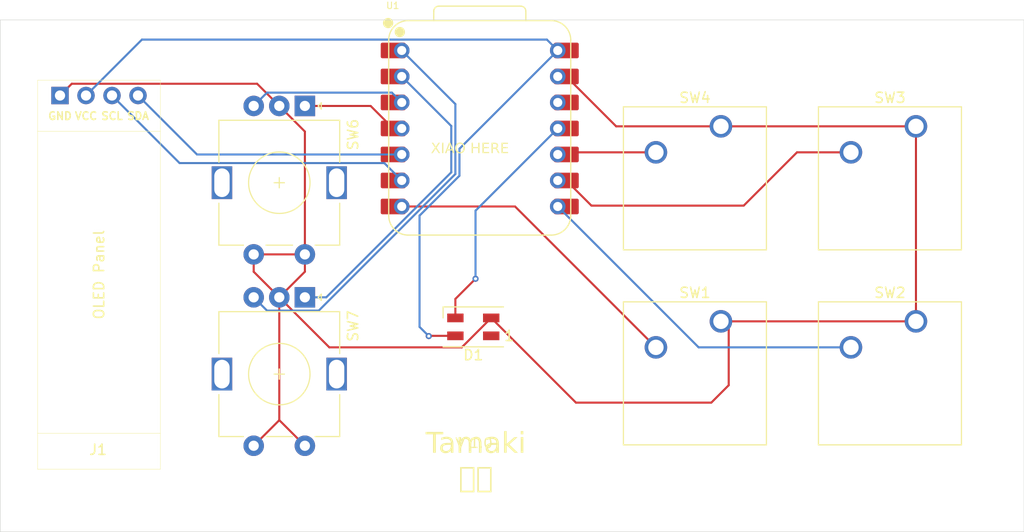
<source format=kicad_pcb>
(kicad_pcb (version 20240108) (generator "pcbnew") (generator_version "8.0")
  (layers (0 "F.Cu" signal) (31 "B.Cu" signal) (34 "B.Paste" user) (35 "F.Paste" user) (36 "B.SilkS" user "B.Silkscreen") (37 "F.SilkS" user "F.Silkscreen") (38 "B.Mask" user) (39 "F.Mask" user) (44 "Edge.Cuts" user))
  (net 0 "")
  (net 1 "+5V")
  (net 2 "GND")
  (net 3 "Net-(D1-DIN)")
  (net 4 "Net-(U1-GPIO1{slash}RX)")
  (net 5 "Net-(U1-GPIO2{slash}SCK)")
  (net 6 "Net-(U1-GPIO4{slash}MISO)")
  (net 8 "SDA")
  (net 9 "SCL")
  (net 10 "Net-(U1-GPIO0{slash}TX)")
  (net 11 "Switch B2")
  (net 12 "Switch B1")
  (net 13 "Switch A2")
  (net 14 "Switch A1")
  (footprint "Button_Switch_Keyboard:SW_Cherry_MX_1.00u_PCB" (layer "F.Cu") (at 173.99 99.410625)
    (property "Reference" "SW3" (at -2.54 -2.794 0) (layer "F.SilkS"))
    (property "Value" "SW_Push")
    (fp_line (start -9.525 -1.905) (end 4.445 -1.905) (stroke (width 0.12)) (layer "F.SilkS"))
    (fp_line (start -9.525 12.065) (end -9.525 -1.905) (stroke (width 0.12)) (layer "F.SilkS"))
    (fp_line (start 4.445 -1.905) (end 4.445 12.065) (stroke (width 0.12)) (layer "F.SilkS"))
    (fp_line (start 4.445 12.065) (end -9.525 12.065) (stroke (width 0.12)) (layer "F.SilkS"))
    (pad "" np_thru_hole circle (at -7.62 5.08) (size 1.7 1.7) (drill 1.7) (layers "*.Cu" "*.Mask"))
    (pad "" np_thru_hole circle (at -2.54 5.08) (size 4 4) (drill 4) (layers "*.Cu" "*.Mask"))
    (pad "" np_thru_hole circle (at 2.54 5.08) (size 1.7 1.7) (drill 1.7) (layers "*.Cu" "*.Mask"))
    (pad "1" thru_hole circle (at 0 0) (size 2.2 2.2) (drill 1.5) (layers "*.Cu" "*.Mask") (net 2 "GND"))
    (pad "2" thru_hole circle (at -6.35 2.54) (size 2.2 2.2) (drill 1.5) (layers "*.Cu" "*.Mask") (net 5 "Net-(U1-GPIO2{slash}SCK)"))
  )
  (footprint "Button_Switch_Keyboard:SW_Cherry_MX_1.00u_PCB" (layer "F.Cu") (at 154.94 99.410625)
    (property "Reference" "SW4" (at -2.54 -2.794 0) (layer "F.SilkS"))
    (property "Value" "SW_Push")
    (fp_line (start -9.525 -1.905) (end 4.445 -1.905) (stroke (width 0.12)) (layer "F.SilkS"))
    (fp_line (start -9.525 12.065) (end -9.525 -1.905) (stroke (width 0.12)) (layer "F.SilkS"))
    (fp_line (start 4.445 -1.905) (end 4.445 12.065) (stroke (width 0.12)) (layer "F.SilkS"))
    (fp_line (start 4.445 12.065) (end -9.525 12.065) (stroke (width 0.12)) (layer "F.SilkS"))
    (pad "" np_thru_hole circle (at -7.62 5.08) (size 1.7 1.7) (drill 1.7) (layers "*.Cu" "*.Mask"))
    (pad "" np_thru_hole circle (at -2.54 5.08) (size 4 4) (drill 4) (layers "*.Cu" "*.Mask"))
    (pad "" np_thru_hole circle (at 2.54 5.08) (size 1.7 1.7) (drill 1.7) (layers "*.Cu" "*.Mask"))
    (pad "1" thru_hole circle (at 0 0) (size 2.2 2.2) (drill 1.5) (layers "*.Cu" "*.Mask") (net 2 "GND"))
    (pad "2" thru_hole circle (at -6.35 2.54) (size 2.2 2.2) (drill 1.5) (layers "*.Cu" "*.Mask") (net 6 "Net-(U1-GPIO4{slash}MISO)"))
  )
  (footprint "LED_SMD:LED_SK6812MINI_PLCC4_3.5x3.5mm_P1.75mm" (layer "F.Cu") (at 130.75 119 180)
    (property "Reference" "D1" (at 0 -2.75 0) (layer "F.SilkS"))
    (property "Value" "SK6812MINI")
    (fp_line (start 2.95 1.95) (end 2.95 0.875) (stroke (width 0.12)) (layer "F.SilkS"))
    (fp_line (start -2.95 1.95) (end 2.95 1.95) (stroke (width 0.12)) (layer "F.SilkS"))
    (fp_line (start -2.95 -1.95) (end 2.95 -1.95) (stroke (width 0.12)) (layer "F.SilkS"))
    (fp_text user "1" (at -3.5 -0.875 0) (layer "F.SilkS"))
    (pad "1" smd rect (at -1.75 -0.875 180) (size 1.6 0.85) (layers "F.Cu" "F.Paste" "F.Mask"))
    (pad "2" smd rect (at -1.75 0.875 180) (size 1.6 0.85) (layers "F.Cu" "F.Paste" "F.Mask") (net 2 "GND"))
    (pad "3" smd rect (at 1.75 0.875 180) (size 1.6 0.85) (layers "F.Cu" "F.Paste" "F.Mask") (net 3 "Net-(D1-DIN)"))
    (pad "4" smd rect (at 1.75 -0.875 180) (size 1.6 0.85) (layers "F.Cu" "F.Paste" "F.Mask") (net 1 "+5V"))
  )
  (footprint "Rotary_Encoder:RotaryEncoder_Alps_EC11E-Switch_Vertical_H20mm" (layer "F.Cu") (at 114.3 97.41875 -90)
    (property "Reference" "SW6" (at 2.8 -4.7 90) (layer "F.SilkS"))
    (property "Value" "RotaryEncoder_Switch")
    (fp_line (start 5.5 8.4) (end 1.4 8.4) (stroke (width 0.12)) (layer "F.SilkS"))
    (fp_line (start 13.6 8.4) (end 9.5 8.4) (stroke (width 0.12)) (layer "F.SilkS"))
    (fp_line (start 13.6 6) (end 13.6 8.4) (stroke (width 0.12)) (layer "F.SilkS"))
    (fp_line (start 7 2.5) (end 8 2.5) (stroke (width 0.12)) (layer "F.SilkS"))
    (fp_line (start 7.5 2) (end 7.5 3) (stroke (width 0.12)) (layer "F.SilkS"))
    (fp_line (start 13.6 1.2) (end 13.6 3.8) (stroke (width 0.12)) (layer "F.SilkS"))
    (fp_line (start 0 -1.3) (end -0.3 -1.6) (stroke (width 0.12)) (layer "F.SilkS"))
    (fp_line (start -0.3 -1.6) (end 0.3 -1.6) (stroke (width 0.12)) (layer "F.SilkS"))
    (fp_line (start 0.3 -1.6) (end 0 -1.3) (stroke (width 0.12)) (layer "F.SilkS"))
    (fp_line (start 1.4 -3.4) (end 1.4 8.4) (stroke (width 0.12)) (layer "F.SilkS"))
    (fp_line (start 5.5 -3.4) (end 1.4 -3.4) (stroke (width 0.12)) (layer "F.SilkS"))
    (fp_line (start 9.5 -3.4) (end 13.6 -3.4) (stroke (width 0.12)) (layer "F.SilkS"))
    (fp_line (start 13.6 -3.4) (end 13.6 -1) (stroke (width 0.12)) (layer "F.SilkS"))
    (fp_circle (center 7.5 2.5) (end 10.5 2.5) (stroke (width 0.12)) (fill none) (layer "F.SilkS"))
    (pad "A" thru_hole rect (at 0 0 270) (size 2 2) (drill 1) (layers "*.Cu" "*.Mask") (net 11 "Switch B2"))
    (pad "B" thru_hole circle (at 0 5 270) (size 2 2) (drill 1) (layers "*.Cu" "*.Mask") (net 12 "Switch B1"))
    (pad "C" thru_hole circle (at 0 2.5 270) (size 2 2) (drill 1) (layers "*.Cu" "*.Mask") (net 2 "GND"))
    (pad "MP" thru_hole rect (at 7.5 -3.1 270) (size 3.2 2) (drill oval 2.8 1.5) (layers "*.Cu" "*.Mask"))
    (pad "MP" thru_hole rect (at 7.5 8.1 270) (size 3.2 2) (drill oval 2.8 1.5) (layers "*.Cu" "*.Mask"))
    (pad "S1" thru_hole circle (at 14.5 5 270) (size 2 2) (drill 1) (layers "*.Cu" "*.Mask") (net 2 "GND"))
    (pad "S2" thru_hole circle (at 14.5 0 270) (size 2 2) (drill 1) (layers "*.Cu" "*.Mask") (net 2 "GND"))
  )
  (footprint "Seeed Studio XIAO Series Library:XIAO-RP2040-DIP" (layer "F.Cu") (at 131.38 99.62)
    (property "Reference" "U1" (at -8.5 -12 0) (layer "F.SilkS") (effects (font (size 0.635 0.635) (thickness 0.1016))))
    (property "Value" "XIAO-RP2040-DIP")
    (fp_line (start -8.89 8.509) (end -8.89 -8.636) (stroke (width 0.127)) (layer "F.SilkS"))
    (fp_line (start -6.985 10.414) (end 6.985 10.414) (stroke (width 0.127)) (layer "F.SilkS"))
    (fp_line (start -4.495 -10.541) (end -4.491272 -11.451272) (stroke (width 0.127)) (layer "F.SilkS"))
    (fp_line (start -3.991272 -11.951) (end 4.004 -11.951) (stroke (width 0.127)) (layer "F.SilkS"))
    (fp_line (start 4.504 -11.451) (end 4.504 -10.541) (stroke (width 0.127)) (layer "F.SilkS"))
    (fp_line (start 6.985 -10.541) (end -6.985 -10.541) (stroke (width 0.1)) (layer "F.SilkS"))
    (fp_line (start 6.985 -10.541) (end -6.985 -10.541) (stroke (width 0.127)) (layer "F.SilkS"))
    (fp_line (start 8.89 8.509) (end 8.89 -8.636) (stroke (width 0.127)) (layer "F.SilkS"))
    (fp_arc (start -8.89 -8.636) (mid -8.332038 -9.983038) (end -6.985 -10.541) (stroke (width 0.127)) (layer "F.SilkS"))
    (fp_arc (start -6.985 10.414) (mid -8.332038 9.856038) (end -8.89 8.509) (stroke (width 0.127)) (layer "F.SilkS"))
    (fp_arc (start -4.491272 -11.451272) (mid -4.344724 -11.804644) (end -3.991272 -11.951) (stroke (width 0.127)) (layer "F.SilkS"))
    (fp_arc (start 4.004 -11.951) (mid 4.357553 -11.804553) (end 4.504 -11.451) (stroke (width 0.127)) (layer "F.SilkS"))
    (fp_arc (start 6.985 -10.541) (mid 8.332038 -9.983038) (end 8.89 -8.636) (stroke (width 0.127)) (layer "F.SilkS"))
    (fp_arc (start 8.89 8.509) (mid 8.332038 9.856038) (end 6.985 10.414) (stroke (width 0.127)) (layer "F.SilkS"))
    (fp_circle (center -8.95 -10.3) (end -8.95 -10.554) (stroke (width 0.5)) (fill solid) (layer "F.SilkS"))
    (fp_circle (center -7.807 -9.42) (end -7.807 -9.674) (stroke (width 0.5)) (fill solid) (layer "F.SilkS"))
    (pad "1" smd roundrect (at -8.455 -7.62 180) (size 2.432 1.524) (layers "F.Cu" "F.Mask") (roundrect_rratio 0.1) (net 14 "Switch A1"))
    (pad "1" thru_hole circle (at -7.62 -7.62 180) (size 1.524 1.524) (drill 0.889) (layers "*.Cu" "*.Mask") (net 14 "Switch A1"))
    (pad "2" smd roundrect (at -8.455 -5.08 180) (size 2.432 1.524) (layers "F.Cu" "F.Mask") (roundrect_rratio 0.1) (net 13 "Switch A2"))
    (pad "2" thru_hole circle (at -7.62 -5.08 180) (size 1.524 1.524) (drill 0.889) (layers "*.Cu" "*.Mask") (net 13 "Switch A2"))
    (pad "3" smd roundrect (at -8.455 -2.54 180) (size 2.432 1.524) (layers "F.Cu" "F.Mask") (roundrect_rratio 0.1) (net 12 "Switch B1"))
    (pad "3" thru_hole circle (at -7.62 -2.54 180) (size 1.524 1.524) (drill 0.889) (layers "*.Cu" "*.Mask") (net 12 "Switch B1"))
    (pad "4" smd roundrect (at -8.455 0 180) (size 2.432 1.524) (layers "F.Cu" "F.Mask") (roundrect_rratio 0.1) (net 11 "Switch B2"))
    (pad "4" thru_hole circle (at -7.62 0 180) (size 1.524 1.524) (drill 0.889) (layers "*.Cu" "*.Mask") (net 11 "Switch B2"))
    (pad "5" smd roundrect (at -8.455 2.54 180) (size 2.432 1.524) (layers "F.Cu" "F.Mask") (roundrect_rratio 0.1) (net 8 "SDA"))
    (pad "5" thru_hole circle (at -7.62 2.54 180) (size 1.524 1.524) (drill 0.889) (layers "*.Cu" "*.Mask") (net 8 "SDA"))
    (pad "6" smd roundrect (at -8.455 5.08 180) (size 2.432 1.524) (layers "F.Cu" "F.Mask") (roundrect_rratio 0.1) (net 9 "SCL"))
    (pad "6" thru_hole circle (at -7.62 5.08 180) (size 1.524 1.524) (drill 0.889) (layers "*.Cu" "*.Mask") (net 9 "SCL"))
    (pad "7" smd roundrect (at -8.455 7.62 180) (size 2.432 1.524) (layers "F.Cu" "F.Mask") (roundrect_rratio 0.1) (net 10 "Net-(U1-GPIO0{slash}TX)"))
    (pad "7" thru_hole circle (at -7.62 7.62 180) (size 1.524 1.524) (drill 0.889) (layers "*.Cu" "*.Mask") (net 10 "Net-(U1-GPIO0{slash}TX)"))
    (pad "8" thru_hole circle (at 7.62 7.62) (size 1.524 1.524) (drill 0.889) (layers "*.Cu" "*.Mask") (net 4 "Net-(U1-GPIO1{slash}RX)"))
    (pad "8" smd roundrect (at 8.455 7.62) (size 2.432 1.524) (layers "F.Cu" "F.Mask") (roundrect_rratio 0.1) (net 4 "Net-(U1-GPIO1{slash}RX)"))
    (pad "9" thru_hole circle (at 7.62 5.08) (size 1.524 1.524) (drill 0.889) (layers "*.Cu" "*.Mask") (net 5 "Net-(U1-GPIO2{slash}SCK)"))
    (pad "9" smd roundrect (at 8.455 5.08) (size 2.432 1.524) (layers "F.Cu" "F.Mask") (roundrect_rratio 0.1) (net 5 "Net-(U1-GPIO2{slash}SCK)"))
    (pad "10" thru_hole circle (at 7.62 2.54) (size 1.524 1.524) (drill 0.889) (layers "*.Cu" "*.Mask") (net 6 "Net-(U1-GPIO4{slash}MISO)"))
    (pad "10" smd roundrect (at 8.455 2.54) (size 2.432 1.524) (layers "F.Cu" "F.Mask") (roundrect_rratio 0.1) (net 6 "Net-(U1-GPIO4{slash}MISO)"))
    (pad "11" thru_hole circle (at 7.62 0) (size 1.524 1.524) (drill 0.889) (layers "*.Cu" "*.Mask") (net 3 "Net-(D1-DIN)"))
    (pad "11" smd roundrect (at 8.455 0) (size 2.432 1.524) (layers "F.Cu" "F.Mask") (roundrect_rratio 0.1) (net 3 "Net-(D1-DIN)"))
    (pad "12" thru_hole circle (at 7.62 -2.54) (size 1.524 1.524) (drill 0.889) (layers "*.Cu" "*.Mask"))
    (pad "12" smd roundrect (at 8.455 -2.54) (size 2.432 1.524) (layers "F.Cu" "F.Mask") (roundrect_rratio 0.1))
    (pad "13" thru_hole circle (at 7.62 -5.08) (size 1.524 1.524) (drill 0.889) (layers "*.Cu" "*.Mask") (net 2 "GND"))
    (pad "13" smd roundrect (at 8.455 -5.08) (size 2.432 1.524) (layers "F.Cu" "F.Mask") (roundrect_rratio 0.1) (net 2 "GND"))
    (pad "14" thru_hole circle (at 7.62 -7.62) (size 1.524 1.524) (drill 0.889) (layers "*.Cu" "*.Mask") (net 1 "+5V"))
    (pad "14" smd roundrect (at 8.455 -7.62) (size 2.432 1.524) (layers "F.Cu" "F.Mask") (roundrect_rratio 0.1) (net 1 "+5V"))
  )
  (footprint "Rotary_Encoder:RotaryEncoder_Alps_EC11E-Switch_Vertical_H20mm" (layer "F.Cu") (at 114.3 116.1125 -90)
    (property "Reference" "SW7" (at 2.8 -4.7 90) (layer "F.SilkS"))
    (property "Value" "RotaryEncoder_Switch")
    (fp_line (start 5.5 8.4) (end 1.4 8.4) (stroke (width 0.12)) (layer "F.SilkS"))
    (fp_line (start 13.6 8.4) (end 9.5 8.4) (stroke (width 0.12)) (layer "F.SilkS"))
    (fp_line (start 13.6 6) (end 13.6 8.4) (stroke (width 0.12)) (layer "F.SilkS"))
    (fp_line (start 7 2.5) (end 8 2.5) (stroke (width 0.12)) (layer "F.SilkS"))
    (fp_line (start 7.5 2) (end 7.5 3) (stroke (width 0.12)) (layer "F.SilkS"))
    (fp_line (start 13.6 1.2) (end 13.6 3.8) (stroke (width 0.12)) (layer "F.SilkS"))
    (fp_line (start 0 -1.3) (end -0.3 -1.6) (stroke (width 0.12)) (layer "F.SilkS"))
    (fp_line (start -0.3 -1.6) (end 0.3 -1.6) (stroke (width 0.12)) (layer "F.SilkS"))
    (fp_line (start 0.3 -1.6) (end 0 -1.3) (stroke (width 0.12)) (layer "F.SilkS"))
    (fp_line (start 1.4 -3.4) (end 1.4 8.4) (stroke (width 0.12)) (layer "F.SilkS"))
    (fp_line (start 5.5 -3.4) (end 1.4 -3.4) (stroke (width 0.12)) (layer "F.SilkS"))
    (fp_line (start 9.5 -3.4) (end 13.6 -3.4) (stroke (width 0.12)) (layer "F.SilkS"))
    (fp_line (start 13.6 -3.4) (end 13.6 -1) (stroke (width 0.12)) (layer "F.SilkS"))
    (fp_circle (center 7.5 2.5) (end 10.5 2.5) (stroke (width 0.12)) (fill none) (layer "F.SilkS"))
    (pad "A" thru_hole rect (at 0 0 270) (size 2 2) (drill 1) (layers "*.Cu" "*.Mask") (net 13 "Switch A2"))
    (pad "B" thru_hole circle (at 0 5 270) (size 2 2) (drill 1) (layers "*.Cu" "*.Mask") (net 14 "Switch A1"))
    (pad "C" thru_hole circle (at 0 2.5 270) (size 2 2) (drill 1) (layers "*.Cu" "*.Mask") (net 2 "GND"))
    (pad "MP" thru_hole rect (at 7.5 -3.1 270) (size 3.2 2) (drill oval 2.8 1.5) (layers "*.Cu" "*.Mask"))
    (pad "MP" thru_hole rect (at 7.5 8.1 270) (size 3.2 2) (drill oval 2.8 1.5) (layers "*.Cu" "*.Mask"))
    (pad "S1" thru_hole circle (at 14.5 5 270) (size 2 2) (drill 1) (layers "*.Cu" "*.Mask") (net 2 "GND"))
    (pad "S2" thru_hole circle (at 14.5 0 270) (size 2 2) (drill 1) (layers "*.Cu" "*.Mask") (net 2 "GND"))
  )
  (footprint "OLED FOOTPRINTS:SSD1306-0.91-OLED-4pin-128x32" (layer "F.Cu") (at 88.19 132.900625 90)
    (property "Reference" "J1" (at 1.9 5.91 0) (layer "F.SilkS"))
    (property "Value" "Conn_01x04_Pin")
    (fp_line (start 38 0) (end 0 0) (stroke (width 0.04)) (layer "F.SilkS"))
    (fp_line (start 33 0) (end 33 12) (stroke (width 0.04)) (layer "F.SilkS"))
    (fp_line (start 3.5 0) (end 3.5 12) (stroke (width 0.04)) (layer "F.SilkS"))
    (fp_line (start 0 0) (end 0 12) (stroke (width 0.04)) (layer "F.SilkS"))
    (fp_line (start 38 12) (end 38 0) (stroke (width 0.04)) (layer "F.SilkS"))
    (fp_line (start 0 12) (end 38 12) (stroke (width 0.04)) (layer "F.SilkS"))
    (fp_text user "GND" (at 34.5 2.19 0) (layer "F.SilkS") (effects (font (size 0.75 0.75))))
    (fp_text user "SDA" (at 34.5 9.81 0) (layer "F.SilkS") (effects (font (size 0.75 0.75))))
    (fp_text user "OLED Panel" (at 19 6 90) (layer "F.SilkS"))
    (fp_text user "VCC" (at 34.5 4.73 0) (layer "F.SilkS") (effects (font (size 0.75 0.75))))
    (fp_text user "SCL" (at 34.5 7.27 0) (layer "F.SilkS") (effects (font (size 0.75 0.75))))
    (pad "1" thru_hole rect (at 36.5 2.19 90) (size 1.7 1.7) (drill 1) (layers "*.Cu" "*.Mask") (net 2 "GND"))
    (pad "2" thru_hole oval (at 36.5 4.73 90) (size 1.7 1.7) (drill 1) (layers "*.Cu" "*.Mask") (net 1 "+5V"))
    (pad "3" thru_hole oval (at 36.5 7.27 90) (size 1.7 1.7) (drill 1) (layers "*.Cu" "*.Mask") (net 9 "SCL"))
    (pad "4" thru_hole oval (at 36.5 9.81 90) (size 1.7 1.7) (drill 1) (layers "*.Cu" "*.Mask") (net 8 "SDA"))
  )
  (footprint "Button_Switch_Keyboard:SW_Cherry_MX_1.00u_PCB" (layer "F.Cu") (at 154.94 118.460625)
    (property "Reference" "SW1" (at -2.54 -2.794 0) (layer "F.SilkS"))
    (property "Value" "SW_Push")
    (fp_line (start -9.525 -1.905) (end 4.445 -1.905) (stroke (width 0.12)) (layer "F.SilkS"))
    (fp_line (start -9.525 12.065) (end -9.525 -1.905) (stroke (width 0.12)) (layer "F.SilkS"))
    (fp_line (start 4.445 -1.905) (end 4.445 12.065) (stroke (width 0.12)) (layer "F.SilkS"))
    (fp_line (start 4.445 12.065) (end -9.525 12.065) (stroke (width 0.12)) (layer "F.SilkS"))
    (pad "" np_thru_hole circle (at -7.62 5.08) (size 1.7 1.7) (drill 1.7) (layers "*.Cu" "*.Mask"))
    (pad "" np_thru_hole circle (at -2.54 5.08) (size 4 4) (drill 4) (layers "*.Cu" "*.Mask"))
    (pad "" np_thru_hole circle (at 2.54 5.08) (size 1.7 1.7) (drill 1.7) (layers "*.Cu" "*.Mask"))
    (pad "1" thru_hole circle (at 0 0) (size 2.2 2.2) (drill 1.5) (layers "*.Cu" "*.Mask") (net 2 "GND"))
    (pad "2" thru_hole circle (at -6.35 2.54) (size 2.2 2.2) (drill 1.5) (layers "*.Cu" "*.Mask") (net 10 "Net-(U1-GPIO0{slash}TX)"))
  )
  (footprint "Button_Switch_Keyboard:SW_Cherry_MX_1.00u_PCB" (layer "F.Cu") (at 173.99 118.460625)
    (property "Reference" "SW2" (at -2.54 -2.794 0) (layer "F.SilkS"))
    (property "Value" "SW_Push")
    (fp_line (start -9.525 -1.905) (end 4.445 -1.905) (stroke (width 0.12)) (layer "F.SilkS"))
    (fp_line (start -9.525 12.065) (end -9.525 -1.905) (stroke (width 0.12)) (layer "F.SilkS"))
    (fp_line (start 4.445 -1.905) (end 4.445 12.065) (stroke (width 0.12)) (layer "F.SilkS"))
    (fp_line (start 4.445 12.065) (end -9.525 12.065) (stroke (width 0.12)) (layer "F.SilkS"))
    (pad "" np_thru_hole circle (at -7.62 5.08) (size 1.7 1.7) (drill 1.7) (layers "*.Cu" "*.Mask"))
    (pad "" np_thru_hole circle (at -2.54 5.08) (size 4 4) (drill 4) (layers "*.Cu" "*.Mask"))
    (pad "" np_thru_hole circle (at 2.54 5.08) (size 1.7 1.7) (drill 1.7) (layers "*.Cu" "*.Mask"))
    (pad "1" thru_hole circle (at 0 0) (size 2.2 2.2) (drill 1.5) (layers "*.Cu" "*.Mask") (net 2 "GND"))
    (pad "2" thru_hole circle (at -6.35 2.54) (size 2.2 2.2) (drill 1.5) (layers "*.Cu" "*.Mask") (net 4 "Net-(U1-GPIO1{slash}RX)"))
  )
  (gr_rect (start 84.54375 89.015625) (end 184.54375 139.015625) (stroke (width 0.05)) (fill none) (layer "Edge.Cuts"))
  (gr_text "Tamaki\n玉木\n" (at 131 135 0) (layer "F.SilkS") (effects (font (size 2 2)) (justify bottom)))
  (gr_text "XIAO HERE" (at 126.6 102.2 0) (layer "F.SilkS") (effects (font (size 1 1) (thickness 0.1)) (justify left bottom)))
  (gr_text "V 1.0" (at 129 131 0) (layer "F.SilkS") (effects (font (size 1 1)) (justify left bottom)))
  (segment (start 126.4 119.9) (end 126.425 119.875) (width 0.2) (layer "F.Cu") (net 1))
  (segment (start 126.425 119.875) (end 129 119.875) (width 0.2) (layer "F.Cu") (net 1))
  (via (at 126.4 119.9) (size 0.6) (drill 0.3) (layers "F.Cu" "B.Cu") (net 1))
  (segment (start 125.5 108.133267) (end 125.5 119) (width 0.2) (layer "B.Cu") (net 1))
  (segment (start 129.4 101.6) (end 129.4 104.233267) (width 0.2) (layer "B.Cu") (net 1))
  (segment (start 125.5 119) (end 126.4 119.9) (width 0.2) (layer "B.Cu") (net 1))
  (segment (start 139 92) (end 129.4 101.6) (width 0.2) (layer "B.Cu") (net 1))
  (segment (start 129.4 104.233267) (end 125.5 108.133267) (width 0.2) (layer "B.Cu") (net 1))
  (segment (start 92.92 96.400625) (end 98.382625 90.938) (width 0.2) (layer "B.Cu") (net 1))
  (segment (start 137.938 90.938) (end 139 92) (width 0.2) (layer "B.Cu") (net 1))
  (segment (start 98.382625 90.938) (end 137.938 90.938) (width 0.2) (layer "B.Cu") (net 1))
  (segment (start 114.3 111.91875) (end 114.3 99.91875) (width 0.2) (layer "F.Cu") (net 2))
  (segment (start 90.38 96.400625) (end 91.53 95.250625) (width 0.2) (layer "F.Cu") (net 2))
  (segment (start 111.8 116.1125) (end 116.6875 121) (width 0.2) (layer "F.Cu") (net 2))
  (segment (start 111.8 128.1125) (end 109.3 130.6125) (width 0.2) (layer "F.Cu") (net 2))
  (segment (start 109.3 111.91875) (end 109.3 113.6125) (width 0.2) (layer "F.Cu") (net 2))
  (segment (start 111.8 116.1125) (end 114.3 113.6125) (width 0.2) (layer "F.Cu") (net 2))
  (segment (start 140.775 126.4) (end 154 126.4) (width 0.2) (layer "F.Cu") (net 2))
  (segment (start 173.99 118.460625) (end 154.94 118.460625) (width 0.2) (layer "F.Cu") (net 2))
  (segment (start 144.705625 99.410625) (end 139.835 94.54) (width 0.2) (layer "F.Cu") (net 2))
  (segment (start 173.99 118.460625) (end 173.99 99.410625) (width 0.2) (layer "F.Cu") (net 2))
  (segment (start 111.8 116.1125) (end 111.8 128.1125) (width 0.2) (layer "F.Cu") (net 2))
  (segment (start 173.99 99.410625) (end 154.94 99.410625) (width 0.2) (layer "F.Cu") (net 2))
  (segment (start 154.94 99.410625) (end 144.705625 99.410625) (width 0.2) (layer "F.Cu") (net 2))
  (segment (start 155.7 124.7) (end 155.7 119.220625) (width 0.2) (layer "F.Cu") (net 2))
  (segment (start 155.7 119.220625) (end 154.94 118.460625) (width 0.2) (layer "F.Cu") (net 2))
  (segment (start 114.3 113.6125) (end 114.3 111.91875) (width 0.2) (layer "F.Cu") (net 2))
  (segment (start 109.631875 95.250625) (end 111.8 97.41875) (width 0.2) (layer "F.Cu") (net 2))
  (segment (start 116.6875 121) (end 129.625 121) (width 0.2) (layer "F.Cu") (net 2))
  (segment (start 114.3 111.91875) (end 109.3 111.91875) (width 0.2) (layer "F.Cu") (net 2))
  (segment (start 132.5 118.125) (end 140.775 126.4) (width 0.2) (layer "F.Cu") (net 2))
  (segment (start 91.53 95.250625) (end 109.631875 95.250625) (width 0.2) (layer "F.Cu") (net 2))
  (segment (start 109.3 113.6125) (end 111.8 116.1125) (width 0.2) (layer "F.Cu") (net 2))
  (segment (start 114.3 99.91875) (end 111.8 97.41875) (width 0.2) (layer "F.Cu") (net 2))
  (segment (start 114.3 130.6125) (end 111.8 128.1125) (width 0.2) (layer "F.Cu") (net 2))
  (segment (start 154 126.4) (end 155.7 124.7) (width 0.2) (layer "F.Cu") (net 2))
  (segment (start 129.625 121) (end 132.5 118.125) (width 0.2) (layer "F.Cu") (net 2))
  (segment (start 129 116.26875) (end 130.96875 114.3) (width 0.2) (layer "F.Cu") (net 3))
  (segment (start 129 118.125) (end 129 116.26875) (width 0.2) (layer "F.Cu") (net 3))
  (via (at 130.96875 114.3) (size 0.6) (drill 0.3) (layers "F.Cu" "B.Cu") (net 3))
  (segment (start 130.96875 107.65125) (end 139 99.62) (width 0.2) (layer "B.Cu") (net 3))
  (segment (start 130.96875 114.3) (end 130.96875 107.65125) (width 0.2) (layer "B.Cu") (net 3))
  (segment (start 152.760625 121.000625) (end 139 107.24) (width 0.2) (layer "B.Cu") (net 4))
  (segment (start 167.64 121.000625) (end 152.760625 121.000625) (width 0.2) (layer "B.Cu") (net 4))
  (segment (start 157.1625 107.15625) (end 142.29125 107.15625) (width 0.2) (layer "F.Cu") (net 5))
  (segment (start 142.29125 107.15625) (end 139.835 104.7) (width 0.2) (layer "F.Cu") (net 5))
  (segment (start 167.64 101.950625) (end 162.368125 101.950625) (width 0.2) (layer "F.Cu") (net 5))
  (segment (start 162.368125 101.950625) (end 157.1625 107.15625) (width 0.2) (layer "F.Cu") (net 5))
  (segment (start 148.59 101.950625) (end 140.044375 101.950625) (width 0.2) (layer "F.Cu") (net 6))
  (segment (start 140.044375 101.950625) (end 139.835 102.16) (width 0.2) (layer "F.Cu") (net 6))
  (segment (start 103.759375 102.16) (end 98 96.400625) (width 0.2) (layer "B.Cu") (net 8))
  (segment (start 123.76 102.16) (end 103.759375 102.16) (width 0.2) (layer "B.Cu") (net 8))
  (segment (start 102.059375 103) (end 95.46 96.400625) (width 0.2) (layer "B.Cu") (net 9))
  (segment (start 123.76 104.7) (end 122.06 103) (width 0.2) (layer "B.Cu") (net 9))
  (segment (start 122.06 103) (end 102.059375 103) (width 0.2) (layer "B.Cu") (net 9))
  (segment (start 134.829375 107.24) (end 122.925 107.24) (width 0.2) (layer "F.Cu") (net 10))
  (segment (start 148.59 121.000625) (end 134.829375 107.24) (width 0.2) (layer "F.Cu") (net 10))
  (segment (start 120.72375 97.41875) (end 122.925 99.62) (width 0.2) (layer "F.Cu") (net 11))
  (segment (start 114.3 97.41875) (end 120.72375 97.41875) (width 0.2) (layer "F.Cu") (net 11))
  (segment (start 110.6 96.11875) (end 122.79875 96.11875) (width 0.2) (layer "B.Cu") (net 12))
  (segment (start 109.3 97.41875) (end 110.6 96.11875) (width 0.2) (layer "B.Cu") (net 12))
  (segment (start 122.79875 96.11875) (end 123.76 97.08) (width 0.2) (layer "B.Cu") (net 12))
  (segment (start 116.389395 116.1125) (end 128.6 103.901895) (width 0.2) (layer "B.Cu") (net 13))
  (segment (start 128.6 99.38) (end 123.76 94.54) (width 0.2) (layer "B.Cu") (net 13))
  (segment (start 128.6 103.901895) (end 128.6 99.38) (width 0.2) (layer "B.Cu") (net 13))
  (segment (start 114.3 116.1125) (end 116.389395 116.1125) (width 0.2) (layer "B.Cu") (net 13))
  (segment (start 115.655081 117.4125) (end 129 104.067581) (width 0.2) (layer "B.Cu") (net 14))
  (segment (start 129 104.067581) (end 129 97.24) (width 0.2) (layer "B.Cu") (net 14))
  (segment (start 109.3 116.1125) (end 110.6 117.4125) (width 0.2) (layer "B.Cu") (net 14))
  (segment (start 129 97.24) (end 123.76 92) (width 0.2) (layer "B.Cu") (net 14))
  (segment (start 110.6 117.4125) (end 115.655081 117.4125) (width 0.2) (layer "B.Cu") (net 14))
)
</source>
